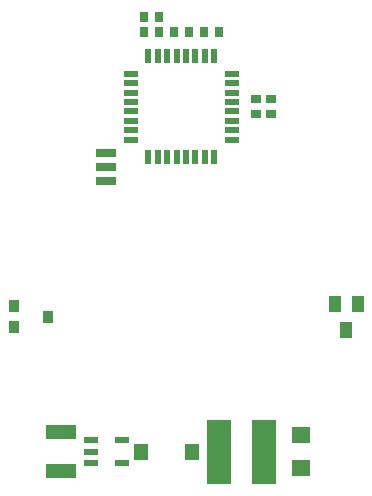
<source format=gbr>
G04 EAGLE Gerber RS-274X export*
G75*
%MOMM*%
%FSLAX34Y34*%
%LPD*%
%INSolderpaste Bottom*%
%IPPOS*%
%AMOC8*
5,1,8,0,0,1.08239X$1,22.5*%
G01*
%ADD10R,0.700000X0.900000*%
%ADD11R,0.900000X0.700000*%
%ADD12R,0.558800X1.270000*%
%ADD13R,1.270000X0.558800*%
%ADD14R,0.900000X1.100000*%
%ADD15R,1.200000X0.550000*%
%ADD16R,1.270000X1.470000*%
%ADD17R,1.600000X1.400000*%
%ADD18R,2.500000X1.200000*%
%ADD19R,2.150000X5.500000*%
%ADD20R,1.000000X1.400000*%
%ADD21R,1.700000X0.700000*%


D10*
X235300Y533280D03*
X222300Y533280D03*
D11*
X330200Y450700D03*
X330200Y463700D03*
D10*
X222300Y520580D03*
X235300Y520580D03*
X260700Y520580D03*
X247700Y520580D03*
D11*
X317500Y463700D03*
X317500Y450700D03*
D12*
X282000Y414274D03*
X274000Y414274D03*
X266000Y414274D03*
X258000Y414274D03*
X250000Y414274D03*
X242000Y414274D03*
X234000Y414274D03*
X226000Y414274D03*
D13*
X211074Y429200D03*
X211074Y437200D03*
X211074Y445200D03*
X211074Y453200D03*
X211074Y461200D03*
X211074Y469200D03*
X211074Y477200D03*
X211074Y485200D03*
D12*
X226000Y500126D03*
X234000Y500126D03*
X242000Y500126D03*
X250000Y500126D03*
X258000Y500126D03*
X266000Y500126D03*
X274000Y500126D03*
X282000Y500126D03*
D13*
X296926Y485200D03*
X296926Y477200D03*
X296926Y469200D03*
X296926Y461200D03*
X296926Y453200D03*
X296926Y445200D03*
X296926Y437200D03*
X296926Y429200D03*
D14*
X141500Y279400D03*
X112500Y270300D03*
X112500Y288500D03*
D10*
X285900Y520700D03*
X272900Y520700D03*
D15*
X177499Y155600D03*
X177499Y165100D03*
X177499Y174600D03*
X203501Y174600D03*
X203501Y155600D03*
D16*
X262800Y165100D03*
X219800Y165100D03*
D17*
X355600Y179100D03*
X355600Y151100D03*
D18*
X152400Y181600D03*
X152400Y148600D03*
D19*
X324000Y165100D03*
X285600Y165100D03*
D20*
X393700Y268400D03*
X403200Y290400D03*
X384200Y290400D03*
D21*
X190500Y394400D03*
X190500Y406400D03*
X190500Y418400D03*
M02*

</source>
